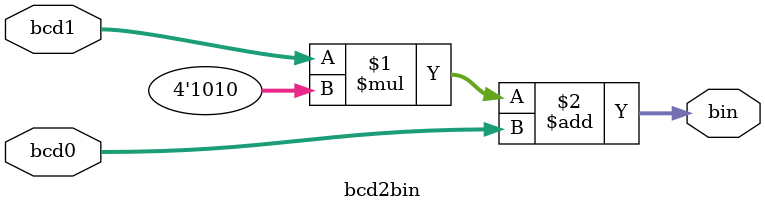
<source format=v>
`timescale 1ns / 1ps


module bcd2bin
   (
    //input wire [3:0] bcd3, 
    //input wire [3:0] bcd2, 
    input wire [3:0] bcd1, 
    input wire [3:0] bcd0, 
    output wire [7:0] bin
   );

   //assign bin = (bcd3 * 10'd1000) + (bcd2*7'd100) + (bcd1*4'd10) + bcd0;
   
   assign bin = (bcd1*4'd10) + bcd0;

endmodule

</source>
